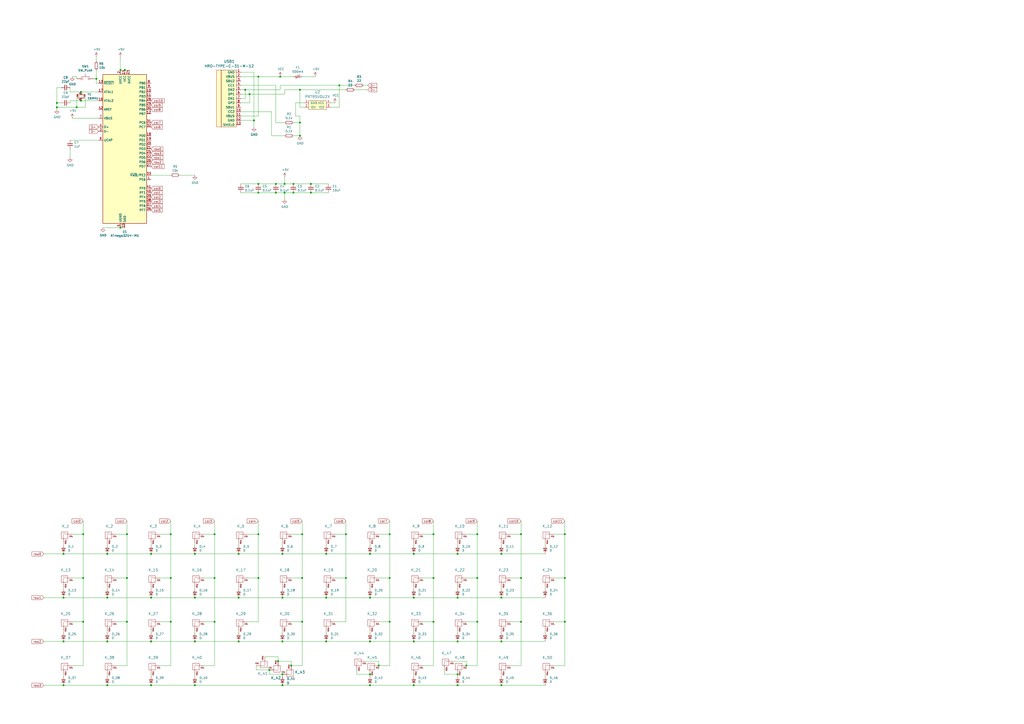
<source format=kicad_sch>
(kicad_sch (version 20230121) (generator eeschema)
  (paper "A2")
  (junction (at 160.02 106.68))
  (junction (at 160.02 111.76))
  (junction (at 196.85 49.53))
  (junction (at 265.43 321.31))
  (junction (at 36.83 397.51))
  (junction (at 62.23 397.51))
  (junction (at 302.26 360.68))
  (junction (at 226.06 309.88))
  (junction (at 214.63 397.51))
  (junction (at 175.26 335.28))
  (junction (at 173.99 71.12))
  (junction (at 163.83 346.71))
  (junction (at 265.43 391.16))
  (junction (at 124.46 309.88))
  (junction (at 163.83 391.16))
  (junction (at 327.66 309.88))
  (junction (at 87.63 397.51))
  (junction (at 276.86 309.88))
  (junction (at 62.23 346.71))
  (junction (at 290.83 321.31))
  (junction (at 290.83 346.71))
  (junction (at 214.63 372.11))
  (junction (at 62.23 372.11))
  (junction (at 138.43 321.31))
  (junction (at 113.03 372.11))
  (junction (at 48.26 360.68))
  (junction (at 175.26 309.88))
  (junction (at 163.83 397.51))
  (junction (at 62.23 321.31))
  (junction (at 165.1 111.76))
  (junction (at 170.18 111.76))
  (junction (at 251.46 335.28))
  (junction (at 265.43 346.71))
  (junction (at 99.06 335.28))
  (junction (at 138.43 346.71))
  (junction (at 226.06 335.28))
  (junction (at 276.86 360.68))
  (junction (at 36.83 372.11))
  (junction (at 72.39 40.64))
  (junction (at 113.03 346.71))
  (junction (at 240.03 346.71))
  (junction (at 302.26 309.88))
  (junction (at 73.66 335.28))
  (junction (at 147.32 69.85))
  (junction (at 240.03 321.31))
  (junction (at 327.66 335.28))
  (junction (at 149.86 309.88))
  (junction (at 163.83 321.31))
  (junction (at 214.63 346.71))
  (junction (at 189.23 346.71))
  (junction (at 173.99 52.07))
  (junction (at 265.43 397.51))
  (junction (at 124.46 335.28))
  (junction (at 55.88 45.72))
  (junction (at 180.34 111.76))
  (junction (at 36.83 321.31))
  (junction (at 149.86 335.28))
  (junction (at 327.66 360.68))
  (junction (at 124.46 360.68))
  (junction (at 240.03 372.11))
  (junction (at 46.99 53.34))
  (junction (at 44.45 62.23))
  (junction (at 46.99 58.42))
  (junction (at 219.71 386.08))
  (junction (at 69.85 132.08))
  (junction (at 200.66 335.28))
  (junction (at 144.78 54.61))
  (junction (at 189.23 321.31))
  (junction (at 161.29 383.54))
  (junction (at 149.86 106.68))
  (junction (at 99.06 360.68))
  (junction (at 270.51 386.08))
  (junction (at 302.26 335.28))
  (junction (at 48.26 335.28))
  (junction (at 168.91 386.08))
  (junction (at 48.26 309.88))
  (junction (at 138.43 372.11))
  (junction (at 276.86 335.28))
  (junction (at 173.99 78.74))
  (junction (at 240.03 397.51))
  (junction (at 73.66 360.68))
  (junction (at 33.02 62.23))
  (junction (at 265.43 372.11))
  (junction (at 87.63 321.31))
  (junction (at 170.18 106.68))
  (junction (at 165.1 106.68))
  (junction (at 226.06 360.68))
  (junction (at 142.24 52.07))
  (junction (at 156.21 388.62))
  (junction (at 200.66 309.88))
  (junction (at 251.46 360.68))
  (junction (at 189.23 372.11))
  (junction (at 33.02 59.69))
  (junction (at 214.63 321.31))
  (junction (at 113.03 397.51))
  (junction (at 149.86 111.76))
  (junction (at 113.03 321.31))
  (junction (at 149.86 44.45))
  (junction (at 180.34 106.68))
  (junction (at 36.83 346.71))
  (junction (at 69.85 40.64))
  (junction (at 175.26 360.68))
  (junction (at 87.63 372.11))
  (junction (at 290.83 397.51))
  (junction (at 290.83 372.11))
  (junction (at 163.83 372.11))
  (junction (at 214.63 391.16))
  (junction (at 99.06 309.88))
  (junction (at 87.63 346.71))
  (junction (at 251.46 309.88))
  (junction (at 73.66 309.88))
  (junction (at 162.56 44.45))
  (wire (pts (xy 157.48 78.74) (xy 165.1 78.74)))
  (wire (pts (xy 48.26 360.68) (xy 48.26 335.28)))
  (wire (pts (xy 124.46 309.88) (xy 124.46 335.28)))
  (wire (pts (xy 113.03 397.51) (xy 163.83 397.51)))
  (wire (pts (xy 143.51 360.68) (xy 149.86 360.68)))
  (wire (pts (xy 48.26 302.26) (xy 48.26 309.88)))
  (wire (pts (xy 257.81 388.62) (xy 257.81 391.16)))
  (wire (pts (xy 316.23 314.96) (xy 316.23 316.23)))
  (wire (pts (xy 57.15 48.26) (xy 55.88 48.26)))
  (wire (pts (xy 290.83 340.36) (xy 290.83 341.63)))
  (wire (pts (xy 196.85 62.23) (xy 196.85 49.53)))
  (wire (pts (xy 295.91 386.08) (xy 302.26 386.08)))
  (wire (pts (xy 59.69 132.08) (xy 69.85 132.08)))
  (wire (pts (xy 316.23 365.76) (xy 316.23 367.03)))
  (wire (pts (xy 176.53 59.69) (xy 171.45 59.69)))
  (wire (pts (xy 175.26 360.68) (xy 175.26 335.28)))
  (wire (pts (xy 240.03 391.16) (xy 240.03 392.43)))
  (wire (pts (xy 113.03 365.76) (xy 113.03 367.03)))
  (wire (pts (xy 191.77 59.69) (xy 194.31 59.69)))
  (wire (pts (xy 139.7 44.45) (xy 149.86 44.45)))
  (wire (pts (xy 163.83 321.31) (xy 189.23 321.31)))
  (wire (pts (xy 327.66 360.68) (xy 327.66 335.28)))
  (wire (pts (xy 165.1 54.61) (xy 165.1 52.07)))
  (wire (pts (xy 270.51 309.88) (xy 276.86 309.88)))
  (wire (pts (xy 245.11 335.28) (xy 251.46 335.28)))
  (wire (pts (xy 48.26 309.88) (xy 48.26 335.28)))
  (wire (pts (xy 118.11 335.28) (xy 124.46 335.28)))
  (wire (pts (xy 143.51 309.88) (xy 149.86 309.88)))
  (wire (pts (xy 165.1 52.07) (xy 173.99 52.07)))
  (wire (pts (xy 214.63 340.36) (xy 214.63 341.63)))
  (wire (pts (xy 212.09 383.54) (xy 219.71 383.54)))
  (wire (pts (xy 40.64 53.34) (xy 40.64 50.8)))
  (wire (pts (xy 62.23 314.96) (xy 62.23 316.23)))
  (wire (pts (xy 265.43 365.76) (xy 265.43 367.03)))
  (wire (pts (xy 104.14 101.6) (xy 113.03 101.6)))
  (wire (pts (xy 214.63 321.31) (xy 240.03 321.31)))
  (wire (pts (xy 265.43 314.96) (xy 265.43 316.23)))
  (wire (pts (xy 160.02 111.76) (xy 165.1 111.76)))
  (wire (pts (xy 57.15 68.58) (xy 41.91 68.58)))
  (wire (pts (xy 138.43 321.31) (xy 163.83 321.31)))
  (wire (pts (xy 40.64 58.42) (xy 40.64 59.69)))
  (wire (pts (xy 147.32 69.85) (xy 147.32 73.66)))
  (wire (pts (xy 62.23 346.71) (xy 87.63 346.71)))
  (wire (pts (xy 113.03 372.11) (xy 138.43 372.11)))
  (wire (pts (xy 210.82 49.53) (xy 213.36 49.53)))
  (wire (pts (xy 214.63 365.76) (xy 214.63 367.03)))
  (wire (pts (xy 162.56 44.45) (xy 170.18 44.45)))
  (wire (pts (xy 194.31 360.68) (xy 200.66 360.68)))
  (wire (pts (xy 54.61 45.72) (xy 55.88 45.72)))
  (wire (pts (xy 171.45 59.69) (xy 171.45 67.31)))
  (wire (pts (xy 168.91 386.08) (xy 175.26 386.08)))
  (wire (pts (xy 55.88 45.72) (xy 55.88 48.26)))
  (wire (pts (xy 191.77 62.23) (xy 196.85 62.23)))
  (wire (pts (xy 25.4 346.71) (xy 36.83 346.71)))
  (wire (pts (xy 149.86 309.88) (xy 149.86 335.28)))
  (wire (pts (xy 290.83 321.31) (xy 316.23 321.31)))
  (wire (pts (xy 36.83 372.11) (xy 62.23 372.11)))
  (wire (pts (xy 189.23 365.76) (xy 189.23 367.03)))
  (wire (pts (xy 144.78 54.61) (xy 165.1 54.61)))
  (wire (pts (xy 62.23 397.51) (xy 87.63 397.51)))
  (wire (pts (xy 327.66 302.26) (xy 327.66 309.88)))
  (wire (pts (xy 72.39 40.64) (xy 74.93 40.64)))
  (wire (pts (xy 55.88 40.64) (xy 55.88 45.72)))
  (wire (pts (xy 189.23 340.36) (xy 189.23 341.63)))
  (wire (pts (xy 139.7 64.77) (xy 157.48 64.77)))
  (wire (pts (xy 302.26 386.08) (xy 302.26 360.68)))
  (wire (pts (xy 44.45 44.45) (xy 41.91 44.45)))
  (wire (pts (xy 25.4 321.31) (xy 36.83 321.31)))
  (wire (pts (xy 295.91 335.28) (xy 302.26 335.28)))
  (wire (pts (xy 270.51 360.68) (xy 276.86 360.68)))
  (wire (pts (xy 46.99 53.34) (xy 40.64 53.34)))
  (wire (pts (xy 173.99 71.12) (xy 173.99 78.74)))
  (wire (pts (xy 87.63 391.16) (xy 87.63 392.43)))
  (wire (pts (xy 176.53 62.23) (xy 173.99 62.23)))
  (wire (pts (xy 36.83 340.36) (xy 36.83 341.63)))
  (wire (pts (xy 196.85 49.53) (xy 205.74 49.53)))
  (wire (pts (xy 219.71 386.08) (xy 226.06 386.08)))
  (wire (pts (xy 251.46 360.68) (xy 251.46 335.28)))
  (wire (pts (xy 139.7 67.31) (xy 149.86 67.31)))
  (wire (pts (xy 276.86 386.08) (xy 276.86 360.68)))
  (wire (pts (xy 276.86 360.68) (xy 276.86 335.28)))
  (wire (pts (xy 240.03 365.76) (xy 240.03 367.03)))
  (wire (pts (xy 265.43 372.11) (xy 290.83 372.11)))
  (wire (pts (xy 165.1 111.76) (xy 170.18 111.76)))
  (wire (pts (xy 25.4 372.11) (xy 36.83 372.11)))
  (wire (pts (xy 290.83 391.16) (xy 290.83 392.43)))
  (wire (pts (xy 245.11 309.88) (xy 251.46 309.88)))
  (wire (pts (xy 55.88 33.02) (xy 55.88 35.56)))
  (wire (pts (xy 138.43 372.11) (xy 163.83 372.11)))
  (wire (pts (xy 327.66 386.08) (xy 327.66 360.68)))
  (wire (pts (xy 214.63 391.16) (xy 214.63 392.43)))
  (wire (pts (xy 156.21 391.16) (xy 163.83 391.16)))
  (wire (pts (xy 321.31 386.08) (xy 327.66 386.08)))
  (wire (pts (xy 87.63 372.11) (xy 113.03 372.11)))
  (wire (pts (xy 265.43 321.31) (xy 290.83 321.31)))
  (wire (pts (xy 87.63 321.31) (xy 113.03 321.31)))
  (wire (pts (xy 161.29 383.54) (xy 168.91 383.54)))
  (wire (pts (xy 67.31 360.68) (xy 73.66 360.68)))
  (wire (pts (xy 139.7 69.85) (xy 147.32 69.85)))
  (wire (pts (xy 226.06 302.26) (xy 226.06 309.88)))
  (wire (pts (xy 170.18 106.68) (xy 180.34 106.68)))
  (wire (pts (xy 175.26 44.45) (xy 182.88 44.45)))
  (wire (pts (xy 149.86 67.31) (xy 149.86 44.45)))
  (wire (pts (xy 149.86 44.45) (xy 162.56 44.45)))
  (wire (pts (xy 62.23 340.36) (xy 62.23 341.63)))
  (wire (pts (xy 157.48 64.77) (xy 157.48 78.74)))
  (wire (pts (xy 270.51 386.08) (xy 276.86 386.08)))
  (wire (pts (xy 62.23 365.76) (xy 62.23 367.03)))
  (wire (pts (xy 57.15 81.28) (xy 40.64 81.28)))
  (wire (pts (xy 113.03 314.96) (xy 113.03 316.23)))
  (wire (pts (xy 265.43 346.71) (xy 290.83 346.71)))
  (wire (pts (xy 139.7 41.91) (xy 147.32 41.91)))
  (wire (pts (xy 139.7 49.53) (xy 160.02 49.53)))
  (wire (pts (xy 148.59 386.08) (xy 148.59 388.62)))
  (wire (pts (xy 240.03 340.36) (xy 240.03 341.63)))
  (wire (pts (xy 162.56 49.53) (xy 196.85 49.53)))
  (wire (pts (xy 44.45 62.23) (xy 33.02 62.23)))
  (wire (pts (xy 327.66 309.88) (xy 327.66 335.28)))
  (wire (pts (xy 118.11 309.88) (xy 124.46 309.88)))
  (wire (pts (xy 148.59 388.62) (xy 156.21 388.62)))
  (wire (pts (xy 168.91 360.68) (xy 175.26 360.68)))
  (wire (pts (xy 33.02 62.23) (xy 33.02 63.5)))
  (wire (pts (xy 62.23 372.11) (xy 87.63 372.11)))
  (wire (pts (xy 207.01 391.16) (xy 214.63 391.16)))
  (wire (pts (xy 189.23 321.31) (xy 214.63 321.31)))
  (wire (pts (xy 163.83 372.11) (xy 189.23 372.11)))
  (wire (pts (xy 175.26 302.26) (xy 175.26 309.88)))
  (wire (pts (xy 73.66 309.88) (xy 73.66 335.28)))
  (wire (pts (xy 240.03 314.96) (xy 240.03 316.23)))
  (wire (pts (xy 175.26 309.88) (xy 175.26 335.28)))
  (wire (pts (xy 251.46 302.26) (xy 251.46 309.88)))
  (wire (pts (xy 276.86 309.88) (xy 276.86 335.28)))
  (wire (pts (xy 36.83 321.31) (xy 62.23 321.31)))
  (wire (pts (xy 163.83 314.96) (xy 163.83 316.23)))
  (wire (pts (xy 316.23 391.16) (xy 316.23 392.43)))
  (wire (pts (xy 41.91 360.68) (xy 48.26 360.68)))
  (wire (pts (xy 153.67 381) (xy 161.29 381)))
  (wire (pts (xy 316.23 340.36) (xy 316.23 341.63)))
  (wire (pts (xy 290.83 372.11) (xy 316.23 372.11)))
  (wire (pts (xy 295.91 360.68) (xy 302.26 360.68)))
  (wire (pts (xy 173.99 62.23) (xy 173.99 52.07)))
  (wire (pts (xy 194.31 309.88) (xy 200.66 309.88)))
  (wire (pts (xy 290.83 346.71) (xy 316.23 346.71)))
  (wire (pts (xy 240.03 321.31) (xy 265.43 321.31)))
  (wire (pts (xy 265.43 340.36) (xy 265.43 341.63)))
  (wire (pts (xy 200.66 302.26) (xy 200.66 309.88)))
  (wire (pts (xy 302.26 302.26) (xy 302.26 309.88)))
  (wire (pts (xy 290.83 365.76) (xy 290.83 367.03)))
  (wire (pts (xy 163.83 346.71) (xy 189.23 346.71)))
  (wire (pts (xy 189.23 314.96) (xy 189.23 316.23)))
  (wire (pts (xy 168.91 335.28) (xy 175.26 335.28)))
  (wire (pts (xy 163.83 391.16) (xy 163.83 392.43)))
  (wire (pts (xy 245.11 386.08) (xy 251.46 386.08)))
  (wire (pts (xy 251.46 309.88) (xy 251.46 335.28)))
  (wire (pts (xy 251.46 386.08) (xy 251.46 360.68)))
  (wire (pts (xy 87.63 340.36) (xy 87.63 341.63)))
  (wire (pts (xy 163.83 365.76) (xy 163.83 367.03)))
  (wire (pts (xy 113.03 391.16) (xy 113.03 392.43)))
  (wire (pts (xy 87.63 397.51) (xy 113.03 397.51)))
  (wire (pts (xy 118.11 360.68) (xy 124.46 360.68)))
  (wire (pts (xy 67.31 309.88) (xy 73.66 309.88)))
  (wire (pts (xy 92.71 360.68) (xy 99.06 360.68)))
  (wire (pts (xy 143.51 335.28) (xy 149.86 335.28)))
  (wire (pts (xy 290.83 314.96) (xy 290.83 316.23)))
  (wire (pts (xy 36.83 314.96) (xy 36.83 316.23)))
  (wire (pts (xy 168.91 383.54) (xy 168.91 386.08)))
  (wire (pts (xy 205.74 52.07) (xy 213.36 52.07)))
  (wire (pts (xy 36.83 391.16) (xy 36.83 392.43)))
  (wire (pts (xy 149.86 360.68) (xy 149.86 335.28)))
  (wire (pts (xy 144.78 59.69) (xy 144.78 54.61)))
  (wire (pts (xy 33.02 59.69) (xy 33.02 62.23)))
  (wire (pts (xy 219.71 309.88) (xy 226.06 309.88)))
  (wire (pts (xy 113.03 340.36) (xy 113.03 341.63)))
  (wire (pts (xy 41.91 335.28) (xy 48.26 335.28)))
  (wire (pts (xy 99.06 309.88) (xy 99.06 335.28)))
  (wire (pts (xy 69.85 132.08) (xy 72.39 132.08)))
  (wire (pts (xy 46.99 53.34) (xy 57.15 53.34)))
  (wire (pts (xy 139.7 57.15) (xy 142.24 57.15)))
  (wire (pts (xy 139.7 111.76) (xy 149.86 111.76)))
  (wire (pts (xy 87.63 346.71) (xy 113.03 346.71)))
  (wire (pts (xy 67.31 386.08) (xy 73.66 386.08)))
  (wire (pts (xy 138.43 346.71) (xy 163.83 346.71)))
  (wire (pts (xy 276.86 302.26) (xy 276.86 309.88)))
  (wire (pts (xy 124.46 360.68) (xy 124.46 335.28)))
  (wire (pts (xy 142.24 57.15) (xy 142.24 52.07)))
  (wire (pts (xy 149.86 111.76) (xy 160.02 111.76)))
  (wire (pts (xy 214.63 397.51) (xy 240.03 397.51)))
  (wire (pts (xy 139.7 106.68) (xy 149.86 106.68)))
  (wire (pts (xy 321.31 309.88) (xy 327.66 309.88)))
  (wire (pts (xy 257.81 391.16) (xy 265.43 391.16)))
  (wire (pts (xy 44.45 45.72) (xy 44.45 44.45)))
  (wire (pts (xy 33.02 50.8) (xy 33.02 59.69)))
  (wire (pts (xy 265.43 397.51) (xy 290.83 397.51)))
  (wire (pts (xy 168.91 309.88) (xy 175.26 309.88)))
  (wire (pts (xy 165.1 102.87) (xy 165.1 106.68)))
  (wire (pts (xy 41.91 309.88) (xy 48.26 309.88)))
  (wire (pts (xy 170.18 111.76) (xy 180.34 111.76)))
  (wire (pts (xy 160.02 71.12) (xy 165.1 71.12)))
  (wire (pts (xy 156.21 388.62) (xy 156.21 391.16)))
  (wire (pts (xy 25.4 397.51) (xy 36.83 397.51)))
  (wire (pts (xy 245.11 360.68) (xy 251.46 360.68)))
  (wire (pts (xy 113.03 346.71) (xy 138.43 346.71)))
  (wire (pts (xy 214.63 314.96) (xy 214.63 316.23)))
  (wire (pts (xy 92.71 309.88) (xy 99.06 309.88)))
  (wire (pts (xy 49.53 62.23) (xy 44.45 62.23)))
  (wire (pts (xy 170.18 78.74) (xy 173.99 78.74)))
  (wire (pts (xy 139.7 52.07) (xy 142.24 52.07)))
  (wire (pts (xy 180.34 111.76) (xy 190.5 111.76)))
  (wire (pts (xy 73.66 386.08) (xy 73.66 360.68)))
  (wire (pts (xy 69.85 33.02) (xy 69.85 40.64)))
  (wire (pts (xy 219.71 360.68) (xy 226.06 360.68)))
  (wire (pts (xy 124.46 360.68) (xy 124.46 386.08)))
  (wire (pts (xy 118.11 386.08) (xy 124.46 386.08)))
  (wire (pts (xy 165.1 111.76) (xy 165.1 115.57)))
  (wire (pts (xy 138.43 365.76) (xy 138.43 367.03)))
  (wire (pts (xy 138.43 314.96) (xy 138.43 316.23)))
  (wire (pts (xy 67.31 335.28) (xy 73.66 335.28)))
  (wire (pts (xy 214.63 346.71) (xy 240.03 346.71)))
  (wire (pts (xy 138.43 340.36) (xy 138.43 341.63)))
  (wire (pts (xy 46.99 58.42) (xy 40.64 58.42)))
  (wire (pts (xy 44.45 55.88) (xy 44.45 62.23)))
  (wire (pts (xy 270.51 383.54) (xy 270.51 386.08)))
  (wire (pts (xy 290.83 397.51) (xy 316.23 397.51)))
  (wire (pts (xy 92.71 386.08) (xy 99.06 386.08)))
  (wire (pts (xy 240.03 397.51) (xy 265.43 397.51)))
  (wire (pts (xy 73.66 302.26) (xy 73.66 309.88)))
  (wire (pts (xy 40.64 86.36) (xy 40.64 91.44)))
  (wire (pts (xy 173.99 67.31) (xy 173.99 71.12)))
  (wire (pts (xy 219.71 335.28) (xy 226.06 335.28)))
  (wire (pts (xy 200.66 360.68) (xy 200.66 335.28)))
  (wire (pts (xy 87.63 365.76) (xy 87.63 367.03)))
  (wire (pts (xy 139.7 59.69) (xy 144.78 59.69)))
  (wire (pts (xy 173.99 52.07) (xy 200.66 52.07)))
  (wire (pts (xy 149.86 302.26) (xy 149.86 309.88)))
  (wire (pts (xy 207.01 388.62) (xy 207.01 391.16)))
  (wire (pts (xy 180.34 106.68) (xy 190.5 106.68)))
  (wire (pts (xy 321.31 360.68) (xy 327.66 360.68)))
  (wire (pts (xy 163.83 397.51) (xy 214.63 397.51)))
  (wire (pts (xy 36.83 397.51) (xy 62.23 397.51)))
  (wire (pts (xy 99.06 360.68) (xy 99.06 335.28)))
  (wire (pts (xy 163.83 340.36) (xy 163.83 341.63)))
  (wire (pts (xy 226.06 309.88) (xy 226.06 335.28)))
  (wire (pts (xy 92.71 335.28) (xy 99.06 335.28)))
  (wire (pts (xy 321.31 335.28) (xy 327.66 335.28)))
  (wire (pts (xy 170.18 71.12) (xy 173.99 71.12)))
  (wire (pts (xy 171.45 67.31) (xy 173.99 67.31)))
  (wire (pts (xy 87.63 314.96) (xy 87.63 316.23)))
  (wire (pts (xy 265.43 391.16) (xy 265.43 392.43)))
  (wire (pts (xy 62.23 321.31) (xy 87.63 321.31)))
  (wire (pts (xy 99.06 386.08) (xy 99.06 360.68)))
  (wire (pts (xy 36.83 365.76) (xy 36.83 367.03)))
  (wire (pts (xy 35.56 50.8) (xy 33.02 50.8)))
  (wire (pts (xy 161.29 381) (xy 161.29 383.54)))
  (wire (pts (xy 189.23 372.11) (xy 214.63 372.11)))
  (wire (pts (xy 35.56 59.69) (xy 33.02 59.69)))
  (wire (pts (xy 124.46 302.26) (xy 124.46 309.88)))
  (wire (pts (xy 113.03 321.31) (xy 138.43 321.31)))
  (wire (pts (xy 194.31 335.28) (xy 200.66 335.28)))
  (wire (pts (xy 302.26 360.68) (xy 302.26 335.28)))
  (wire (pts (xy 189.23 346.71) (xy 214.63 346.71)))
  (wire (pts (xy 41.91 386.08) (xy 48.26 386.08)))
  (wire (pts (xy 240.03 372.11) (xy 265.43 372.11)))
  (wire (pts (xy 165.1 106.68) (xy 170.18 106.68)))
  (wire (pts (xy 147.32 41.91) (xy 147.32 69.85)))
  (wire (pts (xy 226.06 360.68) (xy 226.06 335.28)))
  (wire (pts (xy 302.26 309.88) (xy 302.26 335.28)))
  (wire (pts (xy 49.53 55.88) (xy 49.53 62.23)))
  (wire (pts (xy 142.24 52.07) (xy 162.56 52.07)))
  (wire (pts (xy 295.91 309.88) (xy 302.26 309.88)))
  (wire (pts (xy 46.99 58.42) (xy 57.15 58.42)))
  (wire (pts (xy 240.03 346.71) (xy 265.43 346.71)))
  (wire (pts (xy 162.56 52.07) (xy 162.56 49.53)))
  (wire (pts (xy 200.66 309.88) (xy 200.66 335.28)))
  (wire (pts (xy 214.63 372.11) (xy 240.03 372.11)))
  (wire (pts (xy 270.51 335.28) (xy 276.86 335.28)))
  (wire (pts (xy 262.89 383.54) (xy 270.51 383.54)))
  (wire (pts (xy 139.7 54.61) (xy 144.78 54.61)))
  (wire (pts (xy 48.26 386.08) (xy 48.26 360.68)))
  (wire (pts (xy 36.83 346.71) (xy 62.23 346.71)))
  (wire (pts (xy 62.23 391.16) (xy 62.23 392.43)))
  (wire (pts (xy 99.06 101.6) (xy 87.63 101.6)))
  (wire (pts (xy 160.02 49.53) (xy 160.02 71.12)))
  (wire (pts (xy 69.85 40.64) (xy 72.39 40.64)))
  (wire (pts (xy 175.26 386.08) (xy 175.26 360.68)))
  (wire (pts (xy 73.66 360.68) (xy 73.66 335.28)))
  (wire (pts (xy 149.86 106.68) (xy 160.02 106.68)))
  (wire (pts (xy 99.06 302.26) (xy 99.06 309.88)))
  (wire (pts (xy 226.06 386.08) (xy 226.06 360.68)))
  (wire (pts (xy 160.02 106.68) (xy 165.1 106.68)))
  (wire (pts (xy 219.71 383.54) (xy 219.71 386.08)))
  (global_label "col9" (shape input) (at 87.63 60.96 0) (property "Intersheetrefs" "${INTERSHEET_REFS}" (effects hide)))
  (global_label "row3" (shape input) (at 25.4 397.51 180) (property "Intersheetrefs" "${INTERSHEET_REFS}" (effects hide)))
  (global_label "col8" (shape input) (at 87.63 63.5 0) (property "Intersheetrefs" "${INTERSHEET_REFS}" (effects hide)))
  (global_label "col10" (shape input) (at 302.26 302.26 180) (property "Intersheetrefs" "${INTERSHEET_REFS}" (effects hide)))
  (global_label "col11" (shape input) (at 87.63 96.52 0) (property "Intersheetrefs" "${INTERSHEET_REFS}" (effects hide)))
  (global_label "row2" (shape input) (at 25.4 372.11 180) (property "Intersheetrefs" "${INTERSHEET_REFS}" (effects hide)))
  (global_label "D-" (shape input) (at 213.36 49.53 0) (property "Intersheetrefs" "${INTERSHEET_REFS}" (effects hide)))
  (global_label "col11" (shape input) (at 327.66 302.26 180) (property "Intersheetrefs" "${INTERSHEET_REFS}" (effects hide)))
  (global_label "row0" (shape input) (at 87.63 86.36 0) (property "Intersheetrefs" "${INTERSHEET_REFS}" (effects hide)))
  (global_label "col7" (shape input) (at 87.63 71.12 0) (property "Intersheetrefs" "${INTERSHEET_REFS}" (effects hide)))
  (global_label "row2" (shape input) (at 87.63 93.98 0) (property "Intersheetrefs" "${INTERSHEET_REFS}" (effects hide)))
  (global_label "col5" (shape input) (at 175.26 302.26 180) (property "Intersheetrefs" "${INTERSHEET_REFS}" (effects hide)))
  (global_label "col2" (shape input) (at 87.63 114.3 0) (property "Intersheetrefs" "${INTERSHEET_REFS}" (effects hide)))
  (global_label "D+" (shape input) (at 213.36 52.07 0) (property "Intersheetrefs" "${INTERSHEET_REFS}" (effects hide)))
  (global_label "D+" (shape input) (at 57.15 73.66 180) (property "Intersheetrefs" "${INTERSHEET_REFS}" (effects hide)))
  (global_label "col3" (shape input) (at 87.63 116.84 0) (property "Intersheetrefs" "${INTERSHEET_REFS}" (effects hide)))
  (global_label "D-" (shape input) (at 57.15 76.2 180) (property "Intersheetrefs" "${INTERSHEET_REFS}" (effects hide)))
  (global_label "col4" (shape input) (at 87.63 119.38 0) (property "Intersheetrefs" "${INTERSHEET_REFS}" (effects hide)))
  (global_label "col3" (shape input) (at 124.46 302.26 180) (property "Intersheetrefs" "${INTERSHEET_REFS}" (effects hide)))
  (global_label "row3" (shape input) (at 87.63 88.9 0) (property "Intersheetrefs" "${INTERSHEET_REFS}" (effects hide)))
  (global_label "col2" (shape input) (at 99.06 302.26 180) (property "Intersheetrefs" "${INTERSHEET_REFS}" (effects hide)))
  (global_label "row0" (shape input) (at 25.4 321.31 180) (property "Intersheetrefs" "${INTERSHEET_REFS}" (effects hide)))
  (global_label "col6" (shape input) (at 200.66 302.26 180) (property "Intersheetrefs" "${INTERSHEET_REFS}" (effects hide)))
  (global_label "col4" (shape input) (at 149.86 302.26 180) (property "Intersheetrefs" "${INTERSHEET_REFS}" (effects hide)))
  (global_label "col7" (shape input) (at 226.06 302.26 180) (property "Intersheetrefs" "${INTERSHEET_REFS}" (effects hide)))
  (global_label "col1" (shape input) (at 73.66 302.26 180) (property "Intersheetrefs" "${INTERSHEET_REFS}" (effects hide)))
  (global_label "col0" (shape input) (at 48.26 302.26 180) (property "Intersheetrefs" "${INTERSHEET_REFS}" (effects hide)))
  (global_label "col1" (shape input) (at 87.63 111.76 0) (property "Intersheetrefs" "${INTERSHEET_REFS}" (effects hide)))
  (global_label "col8" (shape input) (at 251.46 302.26 180) (property "Intersheetrefs" "${INTERSHEET_REFS}" (effects hide)))
  (global_label "col5" (shape input) (at 87.63 121.92 0) (property "Intersheetrefs" "${INTERSHEET_REFS}" (effects hide)))
  (global_label "col0" (shape input) (at 87.63 109.22 0) (property "Intersheetrefs" "${INTERSHEET_REFS}" (effects hide)))
  (global_label "col9" (shape input) (at 276.86 302.26 180) (property "Intersheetrefs" "${INTERSHEET_REFS}" (effects hide)))
  (global_label "col10" (shape input) (at 87.63 58.42 0) (property "Intersheetrefs" "${INTERSHEET_REFS}" (effects hide)))
  (global_label "col6" (shape input) (at 87.63 73.66 0) (property "Intersheetrefs" "${INTERSHEET_REFS}" (effects hide)))
  (global_label "row1" (shape input) (at 87.63 91.44 0) (property "Intersheetrefs" "${INTERSHEET_REFS}" (effects hide)))
  (global_label "row1" (shape input) (at 25.4 346.71 180) (property "Intersheetrefs" "${INTERSHEET_REFS}" (effects hide)))
  (symbol (lib_id "MX_Alps_Hybrid:MX-NoLED") (at 38.1 311.15 0) (unit 1)
    (property "Reference" "K_1" (at 38.1 305.2318 0) (effects (font (size 1.524 1.524))))
    (property "Value" "KEYSW" (effects hide))
    (property "Footprint" "MX_Only:MXOnly-1U-NoLED" (effects hide))
  )
  (symbol (lib_id "Device:D_Small") (at 62.23 318.77 90) (unit 1)
    (property "Reference" "D_2" (at 64.77 316.992 90) (effects (justify right)))
    (property "Value" "D" (at 64.77 319.278 90) (effects (justify right)))
    (property "Footprint" "Diode_SMD:D_SOD-123" (effects hide))
  )
  (symbol (lib_id "MX_Alps_Hybrid:MX-NoLED") (at 63.5 311.15 0) (unit 1)
    (property "Reference" "K_2" (at 63.5 305.2318 0) (effects (font (size 1.524 1.524))))
    (property "Value" "KEYSW" (effects hide))
    (property "Footprint" "MX_Only:MXOnly-1U-NoLED" (effects hide))
  )
  (symbol (lib_id "Device:D_Small") (at 87.63 318.77 90) (unit 1)
    (property "Reference" "D_3" (at 90.17 316.992 90) (effects (justify right)))
    (property "Value" "D" (at 90.17 319.278 90) (effects (justify right)))
    (property "Footprint" "Diode_SMD:D_SOD-123" (effects hide))
  )
  (symbol (lib_id "MX_Alps_Hybrid:MX-NoLED") (at 88.9 311.15 0) (unit 1)
    (property "Reference" "K_3" (at 88.9 305.2318 0) (effects (font (size 1.524 1.524))))
    (property "Value" "KEYSW" (effects hide))
    (property "Footprint" "MX_Only:MXOnly-1U-NoLED" (effects hide))
  )
  (symbol (lib_id "Device:D_Small") (at 113.03 318.77 90) (unit 1)
    (property "Reference" "D_4" (at 115.57 316.992 90) (effects (justify right)))
    (property "Value" "D" (at 115.57 319.278 90) (effects (justify right)))
    (property "Footprint" "Diode_SMD:D_SOD-123" (effects hide))
  )
  (symbol (lib_id "MX_Alps_Hybrid:MX-NoLED") (at 114.3 311.15 0) (unit 1)
    (property "Reference" "K_4" (at 114.3 305.2318 0) (effects (font (size 1.524 1.524))))
    (property "Value" "KEYSW" (effects hide))
    (property "Footprint" "MX_Only:MXOnly-1U-NoLED" (effects hide))
  )
  (symbol (lib_id "Device:D_Small") (at 138.43 318.77 90) (unit 1)
    (property "Reference" "D_5" (at 140.97 316.992 90) (effects (justify right)))
    (property "Value" "D" (at 140.97 319.278 90) (effects (justify right)))
    (property "Footprint" "Diode_SMD:D_SOD-123" (effects hide))
  )
  (symbol (lib_id "MX_Alps_Hybrid:MX-NoLED") (at 139.7 311.15 0) (unit 1)
    (property "Reference" "K_5" (at 139.7 305.2318 0) (effects (font (size 1.524 1.524))))
    (property "Value" "KEYSW" (effects hide))
    (property "Footprint" "MX_Only:MXOnly-1U-NoLED" (effects hide))
  )
  (symbol (lib_id "Device:D_Small") (at 163.83 318.77 90) (unit 1)
    (property "Reference" "D_6" (at 166.37 316.992 90) (effects (justify right)))
    (property "Value" "D" (at 166.37 319.278 90) (effects (justify right)))
    (property "Footprint" "Diode_SMD:D_SOD-123" (effects hide))
  )
  (symbol (lib_id "MX_Alps_Hybrid:MX-NoLED") (at 165.1 311.15 0) (unit 1)
    (property "Reference" "K_6" (at 165.1 305.2318 0) (effects (font (size 1.524 1.524))))
    (property "Value" "KEYSW" (effects hide))
    (property "Footprint" "MX_Only:MXOnly-1U-NoLED" (effects hide))
  )
  (symbol (lib_id "Device:D_Small") (at 189.23 318.77 90) (unit 1)
    (property "Reference" "D_7" (at 191.77 316.992 90) (effects (justify right)))
    (property "Value" "D" (at 191.77 319.278 90) (effects (justify right)))
    (property "Footprint" "Diode_SMD:D_SOD-123" (effects hide))
  )
  (symbol (lib_id "MX_Alps_Hybrid:MX-NoLED") (at 190.5 311.15 0) (unit 1)
    (property "Reference" "K_7" (at 190.5 305.2318 0) (effects (font (size 1.524 1.524))))
    (property "Value" "KEYSW" (effects hide))
    (property "Footprint" "MX_Only:MXOnly-1U-NoLED" (effects hide))
  )
  (symbol (lib_id "Device:D_Small") (at 214.63 318.77 90) (unit 1)
    (property "Reference" "D_8" (at 217.17 316.992 90) (effects (justify right)))
    (property "Value" "D" (at 217.17 319.278 90) (effects (justify right)))
    (property "Footprint" "Diode_SMD:D_SOD-123" (effects hide))
  )
  (symbol (lib_id "MX_Alps_Hybrid:MX-NoLED") (at 215.9 311.15 0) (unit 1)
    (property "Reference" "K_8" (at 215.9 305.2318 0) (effects (font (size 1.524 1.524))))
    (property "Value" "KEYSW" (effects hide))
    (property "Footprint" "MX_Only:MXOnly-1U-NoLED" (effects hide))
  )
  (symbol (lib_id "Device:D_Small") (at 240.03 318.77 90) (unit 1)
    (property "Reference" "D_9" (at 242.57 316.992 90) (effects (justify right)))
    (property "Value" "D" (at 242.57 319.278 90) (effects (justify right)))
    (property "Footprint" "Diode_SMD:D_SOD-123" (effects hide))
  )
  (symbol (lib_id "MX_Alps_Hybrid:MX-NoLED") (at 241.3 311.15 0) (unit 1)
    (property "Reference" "K_9" (at 241.3 305.2318 0) (effects (font (size 1.524 1.524))))
    (property "Value" "KEYSW" (effects hide))
    (property "Footprint" "MX_Only:MXOnly-1U-NoLED" (effects hide))
  )
  (symbol (lib_id "Device:D_Small") (at 265.43 318.77 90) (unit 1)
    (property "Reference" "D_10" (at 267.97 316.992 90) (effects (justify right)))
    (property "Value" "D" (at 267.97 319.278 90) (effects (justify right)))
    (property "Footprint" "Diode_SMD:D_SOD-123" (effects hide))
  )
  (symbol (lib_id "MX_Alps_Hybrid:MX-NoLED") (at 266.7 311.15 0) (unit 1)
    (property "Reference" "K_10" (at 266.7 305.2318 0) (effects (font (size 1.524 1.524))))
    (property "Value" "KEYSW" (effects hide))
    (property "Footprint" "MX_Only:MXOnly-1U-NoLED" (effects hide))
  )
  (symbol (lib_id "Device:D_Small") (at 290.83 318.77 90) (unit 1)
    (property "Reference" "D_11" (at 293.37 316.992 90) (effects (justify right)))
    (property "Value" "D" (at 293.37 319.278 90) (effects (justify right)))
    (property "Footprint" "Diode_SMD:D_SOD-123" (effects hide))
  )
  (symbol (lib_id "MX_Alps_Hybrid:MX-NoLED") (at 292.1 311.15 0) (unit 1)
    (property "Reference" "K_11" (at 292.1 305.2318 0) (effects (font (size 1.524 1.524))))
    (property "Value" "KEYSW" (effects hide))
    (property "Footprint" "MX_Only:MXOnly-1U-NoLED" (effects hide))
  )
  (symbol (lib_id "Device:D_Small") (at 316.23 318.77 90) (unit 1)
    (property "Reference" "D_12" (at 318.77 316.992 90) (effects (justify right)))
    (property "Value" "D" (at 318.77 319.278 90) (effects (justify right)))
    (property "Footprint" "Diode_SMD:D_SOD-123" (effects hide))
  )
  (symbol (lib_id "MX_Alps_Hybrid:MX-NoLED") (at 317.5 311.15 0) (unit 1)
    (property "Reference" "K_12" (at 317.5 305.2318 0) (effects (font (size 1.524 1.524))))
    (property "Value" "KEYSW" (effects hide))
    (property "Footprint" "MX_Only:MXOnly-1.75U-NoLED" (effects hide))
  )
  (symbol (lib_id "Device:D_Small") (at 36.83 344.17 90) (unit 1)
    (property "Reference" "D_13" (at 39.37 342.392 90) (effects (justify right)))
    (property "Value" "D" (at 39.37 344.678 90) (effects (justify right)))
    (property "Footprint" "Diode_SMD:D_SOD-123" (effects hide))
  )
  (symbol (lib_id "MX_Alps_Hybrid:MX-NoLED") (at 38.1 336.55 0) (unit 1)
    (property "Reference" "K_13" (at 38.1 330.6318 0) (effects (font (size 1.524 1.524))))
    (property "Value" "KEYSW" (effects hide))
    (property "Footprint" "MX_Only:MXOnly-1.25U-NoLED" (effects hide))
  )
  (symbol (lib_id "Device:D_Small") (at 62.23 344.17 90) (unit 1)
    (property "Reference" "D_14" (at 64.77 342.392 90) (effects (justify right)))
    (property "Value" "D" (at 64.77 344.678 90) (effects (justify right)))
    (property "Footprint" "Diode_SMD:D_SOD-123" (effects hide))
  )
  (symbol (lib_id "MX_Alps_Hybrid:MX-NoLED") (at 63.5 336.55 0) (unit 1)
    (property "Reference" "K_14" (at 63.5 330.6318 0) (effects (font (size 1.524 1.524))))
    (property "Value" "KEYSW" (effects hide))
    (property "Footprint" "MX_Only:MXOnly-1U-NoLED" (effects hide))
  )
  (symbol (lib_id "Device:D_Small") (at 87.63 344.17 90) (unit 1)
    (property "Reference" "D_15" (at 90.17 342.392 90) (effects (justify right)))
    (property "Value" "D" (at 90.17 344.678 90) (effects (justify right)))
    (property "Footprint" "Diode_SMD:D_SOD-123" (effects hide))
  )
  (symbol (lib_id "MX_Alps_Hybrid:MX-NoLED") (at 88.9 336.55 0) (unit 1)
    (property "Reference" "K_15" (at 88.9 330.6318 0) (effects (font (size 1.524 1.524))))
    (property "Value" "KEYSW" (effects hide))
    (property "Footprint" "MX_Only:MXOnly-1U-NoLED" (effects hide))
  )
  (symbol (lib_id "Device:D_Small") (at 113.03 344.17 90) (unit 1)
    (property "Reference" "D_16" (at 115.57 342.392 90) (effects (justify right)))
    (property "Value" "D" (at 115.57 344.678 90) (effects (justify right)))
    (property "Footprint" "Diode_SMD:D_SOD-123" (effects hide))
  )
  (symbol (lib_id "MX_Alps_Hybrid:MX-NoLED") (at 114.3 336.55 0) (unit 1)
    (property "Reference" "K_16" (at 114.3 330.6318 0) (effects (font (size 1.524 1.524))))
    (property "Value" "KEYSW" (effects hide))
    (property "Footprint" "MX_Only:MXOnly-1U-NoLED" (effects hide))
  )
  (symbol (lib_id "Device:D_Small") (at 138.43 344.17 90) (unit 1)
    (property "Reference" "D_17" (at 140.97 342.392 90) (effects (justify right)))
    (property "Value" "D" (at 140.97 344.678 90) (effects (justify right)))
    (property "Footprint" "Diode_SMD:D_SOD-123" (effects hide))
  )
  (symbol (lib_id "MX_Alps_Hybrid:MX-NoLED") (at 139.7 336.55 0) (unit 1)
    (property "Reference" "K_17" (at 139.7 330.6318 0) (effects (font (size 1.524 1.524))))
    (property "Value" "KEYSW" (effects hide))
    (property "Footprint" "MX_Only:MXOnly-1U-NoLED" (effects hide))
  )
  (symbol (lib_id "Device:D_Small") (at 163.83 344.17 90) (unit 1)
    (property "Reference" "D_18" (at 166.37 342.392 90) (effects (justify right)))
    (property "Value" "D" (at 166.37 344.678 90) (effects (justify right)))
    (property "Footprint" "Diode_SMD:D_SOD-123" (effects hide))
  )
  (symbol (lib_id "MX_Alps_Hybrid:MX-NoLED") (at 165.1 336.55 0) (unit 1)
    (property "Reference" "K_18" (at 165.1 330.6318 0) (effects (font (size 1.524 1.524))))
    (property "Value" "KEYSW" (effects hide))
    (property "Footprint" "MX_Only:MXOnly-1U-NoLED" (effects hide))
  )
  (symbol (lib_id "Device:D_Small") (at 189.23 344.17 90) (unit 1)
    (property "Reference" "D_19" (at 191.77 342.392 90) (effects (justify right)))
    (property "Value" "D" (at 191.77 344.678 90) (effects (justify right)))
    (property "Footprint" "Diode_SMD:D_SOD-123" (effects hide))
  )
  (symbol (lib_id "MX_Alps_Hybrid:MX-NoLED") (at 190.5 336.55 0) (unit 1)
    (property "Reference" "K_19" (at 190.5 330.6318 0) (effects (font (size 1.524 1.524))))
    (property "Value" "KEYSW" (effects hide))
    (property "Footprint" "MX_Only:MXOnly-1U-NoLED" (effects hide))
  )
  (symbol (lib_id "Device:D_Small") (at 214.63 344.17 90) (unit 1)
    (property "Reference" "D_20" (at 217.17 342.392 90) (effects (justify right)))
    (property "Value" "D" (at 217.17 344.678 90) (effects (justify right)))
    (property "Footprint" "Diode_SMD:D_SOD-123" (effects hide))
  )
  (symbol (lib_id "MX_Alps_Hybrid:MX-NoLED") (at 215.9 336.55 0) (unit 1)
    (property "Reference" "K_20" (at 215.9 330.6318 0) (effects (font (size 1.524 1.524))))
    (property "Value" "KEYSW" (effects hide))
    (property "Footprint" "MX_Only:MXOnly-1U-NoLED" (effects hide))
  )
  (symbol (lib_id "Device:D_Small") (at 240.03 344.17 90) (unit 1)
    (property "Reference" "D_21" (at 242.57 342.392 90) (effects (justify right)))
    (property "Value" "D" (at 242.57 344.678 90) (effects (justify right)))
    (property "Footprint" "Diode_SMD:D_SOD-123" (effects hide))
  )
  (symbol (lib_id "MX_Alps_Hybrid:MX-NoLED") (at 241.3 336.55 0) (unit 1)
    (property "Reference" "K_21" (at 241.3 330.6318 0) (effects (font (size 1.524 1.524))))
    (property "Value" "KEYSW" (effects hide))
    (property "Footprint" "MX_Only:MXOnly-1U-NoLED" (effects hide))
  )
  (symbol (lib_id "Device:D_Small") (at 265.43 344.17 90) (unit 1)
    (property "Reference" "D_22" (at 267.97 342.392 90) (effects (justify right)))
    (property "Value" "D" (at 267.97 344.678 90) (effects (justify right)))
    (property "Footprint" "Diode_SMD:D_SOD-123" (effects hide))
  )
  (symbol (lib_id "MX_Alps_Hybrid:MX-NoLED") (at 266.7 336.55 0) (unit 1)
    (property "Reference" "K_22" (at 266.7 330.6318 0) (effects (font (size 1.524 1.524))))
    (property "Value" "KEYSW" (effects hide))
    (property "Footprint" "MX_Only:MXOnly-1U-NoLED" (effects hide))
  )
  (symbol (lib_id "Device:D_Small") (at 290.83 344.17 90) (unit 1)
    (property "Reference" "D_23" (at 293.37 342.392 90) (effects (justify right)))
    (property "Value" "D" (at 293.37 344.678 90) (effects (justify right)))
    (property "Footprint" "Diode_SMD:D_SOD-123" (effects hide))
  )
  (symbol (lib_id "MX_Alps_Hybrid:MX-NoLED") (at 292.1 336.55 0) (unit 1)
    (property "Reference" "K_23" (at 292.1 330.6318 0) (effects (font (size 1.524 1.524))))
    (property "Value" "KEYSW" (effects hide))
    (property "Footprint" "MX_Only:MXOnly-1U-NoLED" (effects hide))
  )
  (symbol (lib_id "Device:D_Small") (at 316.23 344.17 90) (unit 1)
    (property "Reference" "D_24" (at 318.77 342.392 90) (effects (justify right)))
    (property "Value" "D" (at 318.77 344.678 90) (effects (justify right)))
    (property "Footprint" "Diode_SMD:D_SOD-123" (effects hide))
  )
  (symbol (lib_id "MX_Alps_Hybrid:MX-NoLED") (at 317.5 336.55 0) (unit 1)
    (property "Reference" "K_24" (at 317.5 330.6318 0) (effects (font (size 1.524 1.524))))
    (property "Value" "KEYSW" (effects hide))
    (property "Footprint" "MX_Only:MXOnly-1.5U-NoLED" (effects hide))
  )
  (symbol (lib_id "Device:D_Small") (at 36.83 369.57 90) (unit 1)
    (property "Reference" "D_25" (at 39.37 367.792 90) (effects (justify right)))
    (property "Value" "D" (at 39.37 370.078 90) (effects (justify right)))
    (property "Footprint" "Diode_SMD:D_SOD-123" (effects hide))
  )
  (symbol (lib_id "MX_Alps_Hybrid:MX-NoLED") (at 38.1 361.95 0) (unit 1)
    (property "Reference" "K_25" (at 38.1 356.0318 0) (effects (font (size 1.524 1.524))))
    (property "Value" "KEYSW" (effects hide))
    (property "Footprint" "MX_Only:MXOnly-1.75U-NoLED" (effects hide))
  )
  (symbol (lib_id "Device:D_Small") (at 62.23 369.57 90) (unit 1)
    (property "Reference" "D_26" (at 64.77 367.792 90) (effects (justify right)))
    (property "Value" "D" (at 64.77 370.078 90) (effects (justify right)))
    (property "Footprint" "Diode_SMD:D_SOD-123" (effects hide))
  )
  (symbol (lib_id "MX_Alps_Hybrid:MX-NoLED") (at 63.5 361.95 0) (unit 1)
    (property "Reference" "K_26" (at 63.5 356.0318 0) (effects (font (size 1.524 1.524))))
    (property "Value" "KEYSW" (effects hide))
    (property "Footprint" "MX_Only:MXOnly-1U-NoLED" (effects hide))
  )
  (symbol (lib_id "Device:D_Small") (at 87.63 369.57 90) (unit 1)
    (property "Reference" "D_27" (at 90.17 367.792 90) (effects (justify right)))
    (property "Value" "D" (at 90.17 370.078 90) (effects (justify right)))
    (property "Footprint" "Diode_SMD:D_SOD-123" (effects hide))
  )
  (symbol (lib_id "MX_Alps_Hybrid:MX-NoLED") (at 88.9 361.95 0) (unit 1)
    (property "Reference" "K_27" (at 88.9 356.0318 0) (effects (font (size 1.524 1.524))))
    (property "Value" "KEYSW" (effects hide))
    (property "Footprint" "MX_Only:MXOnly-1U-NoLED" (effects hide))
  )
  (symbol (lib_id "Device:D_Small") (at 113.03 369.57 90) (unit 1)
    (property "Reference" "D_28" (at 115.57 367.792 90) (effects (justify right)))
    (property "Value" "D" (at 115.57 370.078 90) (effects (justify right)))
    (property "Footprint" "Diode_SMD:D_SOD-123" (effects hide))
  )
  (symbol (lib_id "MX_Alps_Hybrid:MX-NoLED") (at 114.3 361.95 0) (unit 1)
    (property "Reference" "K_28" (at 114.3 356.0318 0) (effects (font (size 1.524 1.524))))
    (property "Value" "KEYSW" (effects hide))
    (property "Footprint" "MX_Only:MXOnly-1U-NoLED" (effects hide))
  )
  (symbol (lib_id "Device:D_Small") (at 138.43 369.57 90) (unit 1)
    (property "Reference" "D_29" (at 140.97 367.792 90) (effects (justify right)))
    (property "Value" "D" (at 140.97 370.078 90) (effects (justify right)))
    (property "Footprint" "Diode_SMD:D_SOD-123" (effects hide))
  )
  (symbol (lib_id "MX_Alps_Hybrid:MX-NoLED") (at 139.7 361.95 0) (unit 1)
    (property "Reference" "K_29" (at 139.7 356.0318 0) (effects (font (size 1.524 1.524))))
    (property "Value" "KEYSW" (effects hide))
    (property "Footprint" "MX_Only:MXOnly-1U-NoLED" (effects hide))
  )
  (symbol (lib_id "Device:D_Small") (at 163.83 369.57 90) (unit 1)
    (property "Reference" "D_30" (at 166.37 367.792 90) (effects (justify right)))
    (property "Value" "D" (at 166.37 370.078 90) (effects (justify right)))
    (property "Footprint" "Diode_SMD:D_SOD-123" (effects hide))
  )
  (symbol (lib_id "MX_Alps_Hybrid:MX-NoLED") (at 165.1 361.95 0) (unit 1)
    (property "Reference" "K_30" (at 165.1 356.0318 0) (effects (font (size 1.524 1.524))))
    (property "Value" "KEYSW" (effects hide))
    (property "Footprint" "MX_Only:MXOnly-1U-NoLED" (effects hide))
  )
  (symbol (lib_id "Device:D_Small") (at 189.23 369.57 90) (unit 1)
    (property "Reference" "D_31" (at 191.77 367.792 90) (effects (justify right)))
    (property "Value" "D" (at 191.77 370.078 90) (effects (justify right)))
    (property "Footprint" "Diode_SMD:D_SOD-123" (effects hide))
  )
  (symbol (lib_id "MX_Alps_Hybrid:MX-NoLED") (at 190.5 361.95 0) (unit 1)
    (property "Reference" "K_31" (at 190.5 356.0318 0) (effects (font (size 1.524 1.524))))
    (property "Value" "KEYSW" (effects hide))
    (property "Footprint" "MX_Only:MXOnly-1U-NoLED" (effects hide))
  )
  (symbol (lib_id "Device:D_Small") (at 214.63 369.57 90) (unit 1)
    (property "Reference" "D_32" (at 217.17 367.792 90) (effects (justify right)))
    (property "Value" "D" (at 217.17 370.078 90) (effects (justify right)))
    (property "Footprint" "Diode_SMD:D_SOD-123" (effects hide))
  )
  (symbol (lib_id "MX_Alps_Hybrid:MX-NoLED") (at 215.9 361.95 0) (unit 1)
    (property "Reference" "K_32" (at 215.9 356.0318 0) (effects (font (size 1.524 1.524))))
    (property "Value" "KEYSW" (effects hide))
    (property "Footprint" "MX_Only:MXOnly-1U-NoLED" (effects hide))
  )
  (symbol (lib_id "Device:D_Small") (at 240.03 369.57 90) (unit 1)
    (property "Reference" "D_33" (at 242.57 367.792 90) (effects (justify right)))
    (property "Value" "D" (at 242.57 370.078 90) (effects (justify right)))
    (property "Footprint" "Diode_SMD:D_SOD-123" (effects hide))
  )
  (symbol (lib_id "MX_Alps_Hybrid:MX-NoLED") (at 241.3 361.95 0) (unit 1)
    (property "Reference" "K_33" (at 241.3 356.0318 0) (effects (font (size 1.524 1.524))))
    (property "Value" "KEYSW" (effects hide))
    (property "Footprint" "MX_Only:MXOnly-1U-NoLED" (effects hide))
  )
  (symbol (lib_id "Device:D_Small") (at 265.43 369.57 90) (unit 1)
    (property "Reference" "D_34" (at 267.97 367.792 90) (effects (justify right)))
    (property "Value" "D" (at 267.97 370.078 90) (effects (justify right)))
    (property "Footprint" "Diode_SMD:D_SOD-123" (effects hide))
  )
  (symbol (lib_id "MX_Alps_Hybrid:MX-NoLED") (at 266.7 361.95 0) (unit 1)
    (property "Reference" "K_34" (at 266.7 356.0318 0) (effects (font (size 1.524 1.524))))
    (property "Value" "KEYSW" (effects hide))
    (property "Footprint" "MX_Only:MXOnly-1U-NoLED" (effects hide))
  )
  (symbol (lib_id "Device:D_Small") (at 290.83 369.57 90) (unit 1)
    (property "Reference" "D_35" (at 293.37 367.792 90) (effects (justify right)))
    (property "Value" "D" (at 293.37 370.078 90) (effects (justify right)))
    (property "Footprint" "Diode_SMD:D_SOD-123" (effects hide))
  )
  (symbol (lib_id "MX_Alps_Hybrid:MX-NoLED") (at 292.1 361.95 0) (unit 1)
    (property "Reference" "K_35" (at 292.1 356.0318 0) (effects (font (size 1.524 1.524))))
    (property "Value" "KEYSW" (effects hide))
    (property "Footprint" "MX_Only:MXOnly-1U-NoLED" (effects hide))
  )
  (symbol (lib_id "Device:D_Small") (at 316.23 369.57 90) (unit 1)
    (property "Reference" "D_36" (at 318.77 367.792 90) (effects (justify right)))
    (property "Value" "D" (at 318.77 370.078 90) (effects (justify right)))
    (property "Footprint" "Diode_SMD:D_SOD-123" (effects hide))
  )
  (symbol (lib_id "MX_Alps_Hybrid:MX-NoLED") (at 317.5 361.95 0) (unit 1)
    (property "Reference" "K_36" (at 317.5 356.0318 0) (effects (font (size 1.524 1.524))))
    (property "Value" "KEYSW" (effects hide))
    (property "Footprint" "MX_Only:MXOnly-1U-NoLED" (effects hide))
  )
  (symbol (lib_id "Device:D_Small") (at 36.83 394.97 90) (unit 1)
    (property "Reference" "D_37" (at 39.37 393.192 90) (effects (justify right)))
    (property "Value" "D" (at 39.37 395.478 90) (effects (justify right)))
    (property "Footprint" "Diode_SMD:D_SOD-123" (effects hide))
  )
  (symbol (lib_id "MX_Alps_Hybrid:MX-NoLED") (at 38.1 387.35 0) (unit 1)
    (property "Reference" "K_37" (at 38.1 381.4318 0) (effects (font (size 1.524 1.524))))
    (property "Value" "KEYSW" (effects hide))
    (property "Footprint" "MX_Only:MXOnly-1.25U-NoLED" (effects hide))
  )
  (symbol (lib_id "Device:D_Small") (at 62.23 394.97 90) (unit 1)
    (property "Reference" "D_38" (at 64.77 393.192 90) (effects (justify right)))
    (property "Value" "D" (at 64.77 395.478 90) (effects (justify right)))
    (property "Footprint" "Diode_SMD:D_SOD-123" (effects hide))
  )
  (symbol (lib_id "MX_Alps_Hybrid:MX-NoLED") (at 63.5 387.35 0) (unit 1)
    (property "Reference" "K_38" (at 63.5 381.4318 0) (effects (font (size 1.524 1.524))))
    (property "Value" "KEYSW" (effects hide))
    (property "Footprint" "MX_Only:MXOnly-1U-NoLED" (effects hide))
  )
  (symbol (lib_id "Device:D_Small") (at 87.63 394.97 90) (unit 1)
    (property "Reference" "D_39" (at 90.17 393.192 90) (effects (justify right)))
    (property "Value" "D" (at 90.17 395.478 90) (effects (justify right)))
    (property "Footprint" "Diode_SMD:D_SOD-123" (effects hide))
  )
  (symbol (lib_id "MX_Alps_Hybrid:MX-NoLED") (at 88.9 387.35 0) (unit 1)
    (property "Reference" "K_39" (at 88.9 381.4318 0) (effects (font (size 1.524 1.524))))
    (property "Value" "KEYSW" (effects hide))
    (property "Footprint" "MX_Only:MXOnly-1.25U-NoLED" (effects hide))
  )
  (symbol (lib_id "Device:D_Small") (at 163.83 394.97 90) (unit 1)
    (property "Reference" "D_41" (at 166.37 393.7 90) (effects (justify right)))
    (property "Value" "D" (at 166.37 396.24 90) (effects (justify right)))
    (property "Footprint" "Diode_SMD:D_SOD-123" (effects hide))
  )
  (symbol (lib_id "MX_Alps_Hybrid:MX-NoLED") (at 152.4 384.81 180) (unit 1)
    (property "Reference" "K_41" (at 152.4 390.7282 0) (effects (font (size 1.524 1.524))))
    (property "Value" "KEYSW" (effects hide))
    (property "Footprint" "MX_Only:MXOnly-3U-ReversedStabilizers-NoLED" (effects hide))
  )
  (symbol (lib_id "Device:D_Small") (at 113.03 394.97 90) (unit 1)
    (property "Reference" "D_40" (at 115.57 393.192 90) (effects (justify right)))
    (property "Value" "D" (at 115.57 395.478 90) (effects (justify right)))
    (property "Footprint" "Diode_SMD:D_SOD-123" (effects hide))
  )
  (symbol (lib_id "MX_Alps_Hybrid:MX-NoLED") (at 114.3 387.35 0) (unit 1)
    (property "Reference" "K_40" (at 114.3 381.4318 0) (effects (font (size 1.524 1.524))))
    (property "Value" "KEYSW" (effects hide))
    (property "Footprint" "MX_Only:MXOnly-1U-NoLED" (effects hide))
  )
  (symbol (lib_id "MX_Alps_Hybrid:MX-NoLED") (at 167.64 389.89 180) (unit 1)
    (property "Reference" "K_43" (at 173.99 389.89 0) (effects (font (size 1.524 1.524))))
    (property "Value" "KEYSW" (effects hide))
    (property "Footprint" "MX_Only:MXOnly-6.25U-ReversedStabilizers-NoLED" (effects hide))
  )
  (symbol (lib_id "MX_Alps_Hybrid:MX-NoLED") (at 160.02 387.35 180) (unit 1)
    (property "Reference" "K_42" (at 160.02 393.2682 0) (effects (font (size 1.524 1.524))))
    (property "Value" "KEYSW" (effects hide))
    (property "Footprint" "MX_Only:MXOnly-2.25U-ReversedStabilizers-NoLED" (effects hide))
  )
  (symbol (lib_id "MX_Alps_Hybrid:MX-NoLED") (at 215.9 387.35 0) (unit 1)
    (property "Reference" "K_45" (at 215.9 381.4318 0) (effects (font (size 1.524 1.524))))
    (property "Value" "KEYSW" (effects hide))
    (property "Footprint" "MX_Only:MXOnly-3U-ReversedStabilizers-NoLED" (effects hide))
  )
  (symbol (lib_id "Device:D_Small") (at 214.63 394.97 90) (unit 1)
    (property "Reference" "D_42" (at 217.17 393.192 90) (effects (justify right)))
    (property "Value" "D" (at 217.17 395.478 90) (effects (justify right)))
    (property "Footprint" "Diode_SMD:D_SOD-123" (effects hide))
  )
  (symbol (lib_id "MX_Alps_Hybrid:MX-NoLED") (at 208.28 384.81 0) (unit 1)
    (property "Reference" "K_44" (at 208.28 378.8918 0) (effects (font (size 1.524 1.524))))
    (property "Value" "KEYSW" (effects hide))
    (property "Footprint" "MX_Only:MXOnly-2U-ReversedStabilizers-NoLED" (effects hide))
  )
  (symbol (lib_id "Device:D_Small") (at 240.03 394.97 90) (unit 1)
    (property "Reference" "D_43" (at 242.57 393.192 90) (effects (justify right)))
    (property "Value" "D" (at 242.57 395.478 90) (effects (justify right)))
    (property "Footprint" "Diode_SMD:D_SOD-123" (effects hide))
  )
  (symbol (lib_id "MX_Alps_Hybrid:MX-NoLED") (at 241.3 387.35 0) (unit 1)
    (property "Reference" "K_46" (at 241.3 381.4318 0) (effects (font (size 1.524 1.524))))
    (property "Value" "KEYSW" (effects hide))
    (property "Footprint" "MX_Only:MXOnly-1U-NoLED" (effects hide))
  )
  (symbol (lib_id "Device:D_Small") (at 265.43 394.97 90) (unit 1)
    (property "Reference" "D_44" (at 267.97 393.192 90) (effects (justify right)))
    (property "Value" "D" (at 267.97 395.478 90) (effects (justify right)))
    (property "Footprint" "Diode_SMD:D_SOD-123" (effects hide))
  )
  (symbol (lib_id "MX_Alps_Hybrid:MX-NoLED") (at 259.08 384.81 0) (unit 1)
    (property "Reference" "K_47" (at 259.08 378.8918 0) (effects (font (size 1.524 1.524))))
    (property "Value" "KEYSW" (effects hide))
    (property "Footprint" "MX_Only:MXOnly-1.25U-NoLED" (effects hide))
  )
  (symbol (lib_id "MX_Alps_Hybrid:MX-NoLED") (at 266.7 387.35 0) (unit 1)
    (property "Reference" "K_48" (at 266.7 381.4318 0) (effects (font (size 1.524 1.524))))
    (property "Value" "KEYSW" (effects hide))
    (property "Footprint" "MX_Only:MXOnly-1U-NoLED" (effects hide))
  )
  (symbol (lib_id "Device:D_Small") (at 290.83 394.97 90) (unit 1)
    (property "Reference" "D_45" (at 293.37 393.192 90) (effects (justify right)))
    (property "Value" "D" (at 293.37 395.478 90) (effects (justify right)))
    (property "Footprint" "Diode_SMD:D_SOD-123" (effects hide))
  )
  (symbol (lib_id "MX_Alps_Hybrid:MX-NoLED") (at 292.1 387.35 0) (unit 1)
    (property "Reference" "K_49" (at 292.1 381.4318 0) (effects (font (size 1.524 1.524))))
    (property "Value" "KEYSW" (effects hide))
    (property "Footprint" "MX_Only:MXOnly-1U-NoLED" (effects hide))
  )
  (symbol (lib_id "Device:D_Small") (at 316.23 394.97 90) (unit 1)
    (property "Reference" "D_46" (at 318.77 393.192 90) (effects (justify right)))
    (property "Value" "D" (at 318.77 395.478 90) (effects (justify right)))
    (property "Footprint" "Diode_SMD:D_SOD-123" (effects hide))
  )
  (symbol (lib_id "MX_Alps_Hybrid:MX-NoLED") (at 317.5 387.35 0) (unit 1)
    (property "Reference" "K_50" (at 317.5 381.4318 0) (effects (font (size 1.524 1.524))))
    (property "Value" "KEYSW" (effects hide))
    (property "Footprint" "MX_Only:MXOnly-1U-NoLED" (effects hide))
  )
  (symbol (lib_id "power:+5V") (at 69.85 33.02 0) (unit 1)
    (property "Reference" "#PWR0101" (effects hide))
    (property "Value" "+5V" (at 70.231 28.6258 0))
  )
  (symbol (lib_id "power:GND") (at 59.69 132.08 0) (unit 1)
    (property "Reference" "#PWR0102" (effects hide))
    (property "Value" "GND" (at 59.817 136.4742 0))
  )
  (symbol (lib_id "Device:R_Small") (at 101.6 101.6 270) (unit 1)
    (property "Reference" "R5" (at 101.6 96.6216 90))
    (property "Value" "10k" (at 101.6 98.933 90))
    (property "Footprint" "Resistor_SMD:R_0603_1608Metric" (effects hide))
  )
  (symbol (lib_id "power:GND") (at 113.03 101.6 0) (unit 1)
    (property "Reference" "#PWR0103" (effects hide))
    (property "Value" "GND" (at 113.157 105.9942 0))
  )
  (symbol (lib_id "Device:C_Small") (at 40.64 83.82 0) (unit 1)
    (property "Reference" "C7" (at 42.9768 82.6516 0) (effects (justify left)))
    (property "Value" "1uF" (at 42.9768 84.963 0) (effects (justify left)))
    (property "Footprint" "Capacitor_SMD:C_0603_1608Metric" (effects hide))
  )
  (symbol (lib_id "power:GND") (at 40.64 91.44 0) (unit 1)
    (property "Reference" "#PWR0104" (effects hide))
    (property "Value" "GND" (at 40.767 95.8342 0))
  )
  (symbol (lib_id "power:+5V") (at 41.91 68.58 0) (unit 1)
    (property "Reference" "#PWR0105" (effects hide))
    (property "Value" "+5V" (at 42.291 64.1858 0))
  )
  (symbol (lib_id "Device:Crystal_GND24_Small") (at 46.99 55.88 270) (unit 1)
    (property "Reference" "Y1" (at 50.6476 54.7116 90) (effects (justify left)))
    (property "Value" "16MHz" (at 50.6476 57.023 90) (effects (justify left)))
    (property "Footprint" "Crystal:Crystal_SMD_3225-4Pin_3.2x2.5mm" (effects hide))
  )
  (symbol (lib_id "Device:C_Small") (at 38.1 50.8 270) (unit 1)
    (property "Reference" "C8" (at 38.1 44.9834 90))
    (property "Value" "22pF" (at 38.1 47.2948 90))
    (property "Footprint" "Capacitor_SMD:C_0603_1608Metric" (effects hide))
  )
  (symbol (lib_id "Device:C_Small") (at 38.1 59.69 270) (unit 1)
    (property "Reference" "C9" (at 38.1 53.8734 90))
    (property "Value" "22pF" (at 38.1 56.1848 90))
    (property "Footprint" "Capacitor_SMD:C_0603_1608Metric" (effects hide))
  )
  (symbol (lib_id "power:GND") (at 33.02 63.5 0) (unit 1)
    (property "Reference" "#PWR0106" (effects hide))
    (property "Value" "GND" (at 33.147 67.8942 0))
  )
  (symbol (lib_id "Switch:SW_Push") (at 49.53 45.72 0) (unit 1)
    (property "Reference" "SW1" (at 49.53 38.481 0))
    (property "Value" "SW_Push" (at 49.53 40.7924 0))
    (property "Footprint" "Button_Switch_SMD:SW_Push_SPST_NO_Alps_SKRK" (effects hide))
  )
  (symbol (lib_id "power:GND") (at 41.91 44.45 0) (unit 1)
    (property "Reference" "#PWR0107" (effects hide))
    (property "Value" "GND" (at 42.037 48.8442 0))
  )
  (symbol (lib_id "Device:R_Small") (at 55.88 38.1 0) (unit 1)
    (property "Reference" "R6" (at 57.3786 36.9316 0) (effects (justify left)))
    (property "Value" "10k" (at 57.3786 39.243 0) (effects (justify left)))
    (property "Footprint" "Resistor_SMD:R_0603_1608Metric" (effects hide))
  )
  (symbol (lib_id "power:+5V") (at 55.88 33.02 0) (unit 1)
    (property "Reference" "#PWR0108" (effects hide))
    (property "Value" "+5V" (at 56.261 28.6258 0))
  )
  (symbol (lib_id "Type-C:HRO-TYPE-C-31-M-12") (at 137.16 55.88 0) (unit 1)
    (property "Reference" "USB1" (at 132.9182 35.6362 0) (effects (font (size 1.524 1.524))))
    (property "Value" "HRO-TYPE-C-31-M-12" (at 132.9182 38.3286 0) (effects (font (size 1.524 1.524))))
    (property "Footprint" "Type-C:HRO-TYPE-C-31-M-12-Assembly" (effects hide))
  )
  (symbol (lib_id "power:VCC") (at 162.56 44.45 0) (unit 1)
    (property "Reference" "#PWR0109" (effects hide))
    (property "Value" "VCC" (at 162.9918 40.0558 0))
  )
  (symbol (lib_id "Device:Polyfuse_Small") (at 172.72 44.45 270) (unit 1)
    (property "Reference" "F1" (at 172.72 39.243 90))
    (property "Value" "500mA" (at 172.72 41.5544 90))
    (property "Footprint" "Fuse:Fuse_1206_3216Metric" (effects hide))
  )
  (symbol (lib_id "power:+5V") (at 182.88 44.45 0) (unit 1)
    (property "Reference" "#PWR0110" (effects hide))
    (property "Value" "+5V" (at 183.261 40.0558 0))
  )
  (symbol (lib_id "power:GND") (at 147.32 73.66 0) (unit 1)
    (property "Reference" "#PWR0111" (effects hide))
    (property "Value" "GND" (at 147.447 78.0542 0))
  )
  (symbol (lib_id "Device:R_Small") (at 167.64 71.12 270) (unit 1)
    (property "Reference" "R2" (at 167.64 66.1416 90))
    (property "Value" "5.1k" (at 167.64 68.453 90))
    (property "Footprint" "Resistor_SMD:R_0603_1608Metric" (effects hide))
  )
  (symbol (lib_id "Device:R_Small") (at 167.64 78.74 270) (unit 1)
    (property "Reference" "R1" (at 167.64 73.7616 90))
    (property "Value" "5.1k" (at 167.64 76.073 90))
    (property "Footprint" "Resistor_SMD:R_0603_1608Metric" (effects hide))
  )
  (symbol (lib_id "random-keyboard-parts:PRTR5V0U2X") (at 184.15 60.96 0) (unit 1)
    (property "Reference" "U2" (at 184.15 53.4162 0) (effects (font (size 1.524 1.524))))
    (property "Value" "PRTR5V0U2X" (at 184.15 56.1086 0) (effects (font (size 1.524 1.524))))
    (property "Footprint" "random-keyboard-parts:SOT143B" (effects hide))
  )
  (symbol (lib_id "power:VCC") (at 194.31 59.69 0) (unit 1)
    (property "Reference" "#PWR0112" (effects hide))
    (property "Value" "VCC" (at 194.7418 55.2958 0))
  )
  (symbol (lib_id "power:GND") (at 173.99 78.74 0) (unit 1)
    (property "Reference" "#PWR0113" (effects hide))
    (property "Value" "GND" (at 174.117 83.1342 0))
  )
  (symbol (lib_id "Device:R_Small") (at 203.2 52.07 270) (unit 1)
    (property "Reference" "R4" (at 203.2 47.0916 90))
    (property "Value" "22" (at 203.2 49.403 90))
    (property "Footprint" "Resistor_SMD:R_0603_1608Metric" (effects hide))
  )
  (symbol (lib_id "Device:R_Small") (at 208.28 49.53 270) (unit 1)
    (property "Reference" "R3" (at 208.28 44.5516 90))
    (property "Value" "22" (at 208.28 46.863 90))
    (property "Footprint" "Resistor_SMD:R_0603_1608Metric" (effects hide))
  )
  (symbol (lib_id "power:GND") (at 165.1 115.57 0) (unit 1)
    (property "Reference" "#PWR0114" (effects hide))
    (property "Value" "GND" (at 165.227 119.9642 0))
  )
  (symbol (lib_id "power:+5V") (at 165.1 102.87 0) (unit 1)
    (property "Reference" "#PWR0115" (effects hide))
    (property "Value" "+5V" (at 165.481 98.4758 0))
  )
  (symbol (lib_id "Device:C_Small") (at 190.5 109.22 0) (unit 1)
    (property "Reference" "C1" (at 192.8368 108.0516 0) (effects (justify left)))
    (property "Value" "10uF" (at 192.8368 110.363 0) (effects (justify left)))
    (property "Footprint" "Capacitor_SMD:C_0603_1608Metric" (effects hide))
  )
  (symbol (lib_id "Device:C_Small") (at 160.02 109.22 0) (unit 1)
    (property "Reference" "C4" (at 162.3568 108.0516 0) (effects (justify left)))
    (property "Value" "0.1uF" (at 162.3568 110.363 0) (effects (justify left)))
    (property "Footprint" "Capacitor_SMD:C_0603_1608Metric" (effects hide))
  )
  (symbol (lib_id "Device:C_Small") (at 149.86 109.22 0) (unit 1)
    (property "Reference" "C5" (at 152.1968 108.0516 0) (effects (justify left)))
    (property "Value" "0.1uF" (at 152.1968 110.363 0) (effects (justify left)))
    (property "Footprint" "Capacitor_SMD:C_0603_1608Metric" (effects hide))
  )
  (symbol (lib_id "Device:C_Small") (at 139.7 109.22 0) (unit 1)
    (property "Reference" "C6" (at 142.0368 108.0516 0) (effects (justify left)))
    (property "Value" "0.1uF" (at 142.0368 110.363 0) (effects (justify left)))
    (property "Footprint" "Capacitor_SMD:C_0603_1608Metric" (effects hide))
  )
  (symbol (lib_id "Device:C_Small") (at 170.18 109.22 0) (unit 1)
    (property "Reference" "C3" (at 172.5168 108.0516 0) (effects (justify left)))
    (property "Value" "0.1uF" (at 172.5168 110.363 0) (effects (justify left)))
    (property "Footprint" "Capacitor_SMD:C_0603_1608Metric" (effects hide))
  )
  (symbol (lib_id "Device:C_Small") (at 180.34 109.22 0) (unit 1)
    (property "Reference" "C2" (at 182.6768 108.0516 0) (effects (justify left)))
    (property "Value" "0.1uF" (at 182.6768 110.363 0) (effects (justify left)))
    (property "Footprint" "Capacitor_SMD:C_0603_1608Metric" (effects hide))
  )
  (symbol (lib_id "model-v-rescue:ATmega32U4-MU-MCU_Microchip_ATmega") (at 72.39 86.36 0) (unit 1)
    (property "Reference" "U1" (at 72.39 134.3406 0))
    (property "Value" "ATmega32U4-MU" (at 72.39 136.652 0))
    (property "Footprint" "Package_DFN_QFN:QFN-44-1EP_7x7mm_P0.5mm_EP5.2x5.2mm" (effects hide))
    (property "Datasheet" "http://ww1.microchip.com/downloads/en/DeviceDoc/Atmel-7766-8-bit-AVR-ATmega16U4-32U4_Datasheet.pdf" (effects hide))
  )
  (symbol (lib_id "Device:D_Small") (at 36.83 318.77 90) (unit 1)
    (property "Reference" "D_1" (at 39.37 316.992 90) (effects (justify right)))
    (property "Value" "D" (at 39.37 319.278 90) (effects (justify right)))
    (property "Footprint" "Diode_SMD:D_SOD-123" (effects hide))
  )
)
</source>
